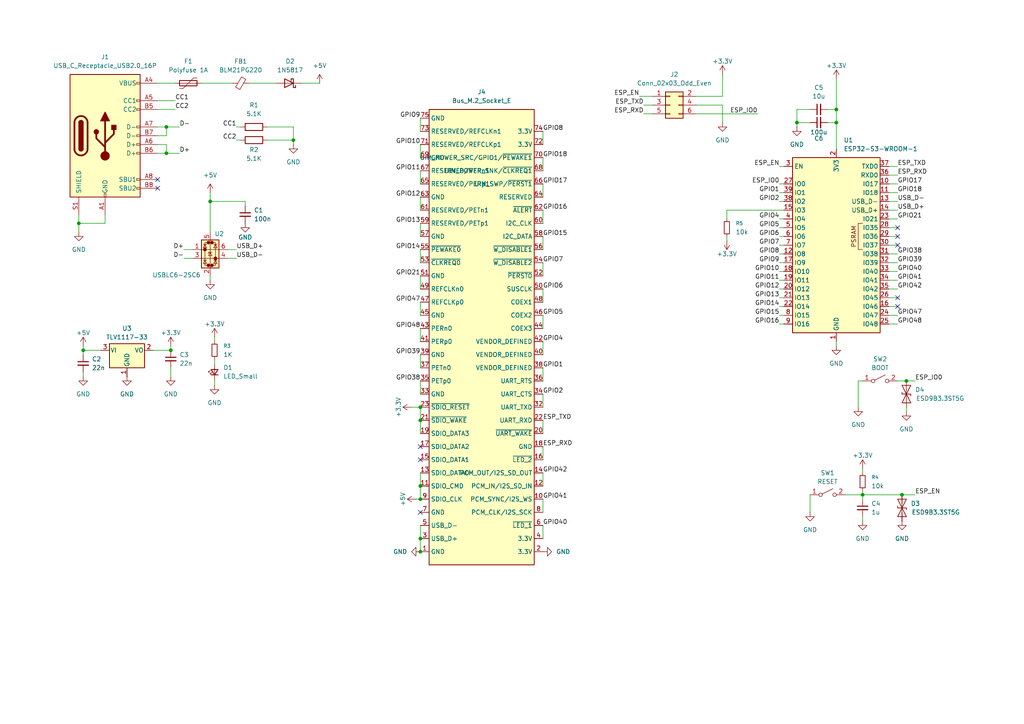
<source format=kicad_sch>
(kicad_sch (version 20250114) (generator "eeschema") (generator_version "9.0")
  (paper "A4")
  (lib_symbols
    (symbol "Connector:USB_C_Receptacle_USB2.0_16P" (pin_names (offset 1.016))
      (property "Reference" "J" (at 0 22.225 0))
      (property "Value" "USB_C_Receptacle_USB2.0_16P" (at 0 19.685 0))
      (symbol "USB_C_Receptacle_USB2.0_16P_0_0"
        (rectangle (start -0.254 -17.78) (end 0.254 -16.764))
        (rectangle (start 10.16 15.494) (end 9.144 14.986))
        (rectangle (start 10.16 10.414) (end 9.144 9.906))
        (rectangle (start 10.16 7.874) (end 9.144 7.366))
        (rectangle (start 10.16 2.794) (end 9.144 2.286))
        (rectangle (start 10.16 0.254) (end 9.144 -0.254))
        (rectangle (start 10.16 -2.286) (end 9.144 -2.794))
        (rectangle (start 10.16 -4.826) (end 9.144 -5.334))
        (rectangle (start 10.16 -12.446) (end 9.144 -12.954))
        (rectangle (start 10.16 -14.986) (end 9.144 -15.494))
      )
      (symbol "USB_C_Receptacle_USB2.0_16P_0_1"
        (rectangle (start -10.16 17.78) (end 10.16 -17.78) (stroke (width 0.254)) (fill (type background)))
        (polyline (pts (xy -8.89 -3.81) (xy -8.89 3.81)) (stroke (width 0.508)))
        (rectangle (start -7.62 -3.81) (end -6.35 3.81) (stroke (width 0.254)) (fill (type outline)))
        (arc (start -7.62 3.81) (mid -6.985 4.4423) (end -6.35 3.81) (stroke (width 0.254)))
        (arc (start -7.62 3.81) (mid -6.985 4.4423) (end -6.35 3.81) (stroke (width 0.254)) (fill (type outline)))
        (arc (start -8.89 3.81) (mid -6.985 5.7067) (end -5.08 3.81) (stroke (width 0.508)))
        (arc (start -5.08 -3.81) (mid -6.985 -5.7067) (end -8.89 -3.81) (stroke (width 0.508)))
        (arc (start -6.35 -3.81) (mid -6.985 -4.4423) (end -7.62 -3.81) (stroke (width 0.254)))
        (arc (start -6.35 -3.81) (mid -6.985 -4.4423) (end -7.62 -3.81) (stroke (width 0.254)) (fill (type outline)))
        (polyline (pts (xy -5.08 3.81) (xy -5.08 -3.81)) (stroke (width 0.508)))
        (circle (center -2.54 1.143) (radius 0.635) (stroke (width 0.254)) (fill (type outline)))
        (polyline (pts (xy -1.27 4.318) (xy 0 6.858) (xy 1.27 4.318) (xy -1.27 4.318)) (stroke (width 0.254)) (fill (type outline)))
        (polyline (pts (xy 0 -2.032) (xy 2.54 0.508) (xy 2.54 1.778)) (stroke (width 0.508)))
        (polyline (pts (xy 0 -3.302) (xy -2.54 -0.762) (xy -2.54 0.508)) (stroke (width 0.508)))
        (polyline (pts (xy 0 -5.842) (xy 0 4.318)) (stroke (width 0.508)))
        (circle (center 0 -5.842) (radius 1.27) (fill (type outline)))
        (rectangle (start 1.905 1.778) (end 3.175 3.048) (stroke (width 0.254)) (fill (type outline)))
      )
      (symbol "USB_C_Receptacle_USB2.0_16P_1_1"
        (pin passive line (at -7.62 -22.86 90) (length 5.08) (name "SHIELD") (number "S1"))
        (pin passive line (at 0 -22.86 90) (length 5.08) (name "GND") (number "A1"))
        (pin passive line (at 0 -22.86 90) (length 5.08) (hide yes) (name "GND") (number "A12"))
        (pin passive line (at 0 -22.86 90) (length 5.08) (hide yes) (name "GND") (number "B1"))
        (pin passive line (at 0 -22.86 90) (length 5.08) (hide yes) (name "GND") (number "B12"))
        (pin passive line (at 15.24 15.24 180) (length 5.08) (name "VBUS") (number "A4"))
        (pin passive line (at 15.24 15.24 180) (length 5.08) (hide yes) (name "VBUS") (number "A9"))
        (pin passive line (at 15.24 15.24 180) (length 5.08) (hide yes) (name "VBUS") (number "B4"))
        (pin passive line (at 15.24 15.24 180) (length 5.08) (hide yes) (name "VBUS") (number "B9"))
        (pin bidirectional line (at 15.24 10.16 180) (length 5.08) (name "CC1") (number "A5"))
        (pin bidirectional line (at 15.24 7.62 180) (length 5.08) (name "CC2") (number "B5"))
        (pin bidirectional line (at 15.24 2.54 180) (length 5.08) (name "D-") (number "A7"))
        (pin bidirectional line (at 15.24 0 180) (length 5.08) (name "D-") (number "B7"))
        (pin bidirectional line (at 15.24 -2.54 180) (length 5.08) (name "D+") (number "A6"))
        (pin bidirectional line (at 15.24 -5.08 180) (length 5.08) (name "D+") (number "B6"))
        (pin bidirectional line (at 15.24 -12.7 180) (length 5.08) (name "SBU1") (number "A8"))
        (pin bidirectional line (at 15.24 -15.24 180) (length 5.08) (name "SBU2") (number "B8"))
      )
    )
    (symbol "Connector_Generic:Conn_02x03_Odd_Even" (pin_names (offset 1.016) (hide yes))
      (property "Reference" "J" (at 1.27 5.08 0))
      (property "Value" "Conn_02x03_Odd_Even" (at 1.27 -5.08 0))
      (symbol "Conn_02x03_Odd_Even_1_1"
        (rectangle (start -1.27 3.81) (end 3.81 -3.81) (stroke (width 0.254)) (fill (type background)))
        (rectangle (start -1.27 2.667) (end 0 2.413) (stroke (width 0.1524)))
        (rectangle (start -1.27 0.127) (end 0 -0.127) (stroke (width 0.1524)))
        (rectangle (start -1.27 -2.413) (end 0 -2.667) (stroke (width 0.1524)))
        (rectangle (start 3.81 2.667) (end 2.54 2.413) (stroke (width 0.1524)))
        (rectangle (start 3.81 0.127) (end 2.54 -0.127) (stroke (width 0.1524)))
        (rectangle (start 3.81 -2.413) (end 2.54 -2.667) (stroke (width 0.1524)))
        (pin passive line (at -5.08 2.54 0) (length 3.81) (name "Pin_1") (number "1"))
        (pin passive line (at -5.08 0 0) (length 3.81) (name "Pin_3") (number "3"))
        (pin passive line (at -5.08 -2.54 0) (length 3.81) (name "Pin_5") (number "5"))
        (pin passive line (at 7.62 2.54 180) (length 3.81) (name "Pin_2") (number "2"))
        (pin passive line (at 7.62 0 180) (length 3.81) (name "Pin_4") (number "4"))
        (pin passive line (at 7.62 -2.54 180) (length 3.81) (name "Pin_6") (number "6"))
      )
    )
    (symbol "Device:C_Small" (pin_numbers (hide yes)) (pin_names (offset 0.254) (hide yes))
      (property "Reference" "C" (at 0.254 1.778 0))
      (property "Value" "C_Small" (at 0.254 -2.032 0))
      (symbol "C_Small_0_1"
        (polyline (pts (xy -1.524 0.508) (xy 1.524 0.508)) (stroke (width 0.3048)))
        (polyline (pts (xy -1.524 -0.508) (xy 1.524 -0.508)) (stroke (width 0.3302)))
      )
      (symbol "C_Small_1_1"
        (pin passive line (at 0 2.54 270) (length 2.032) (name "~") (number "1"))
        (pin passive line (at 0 -2.54 90) (length 2.032) (name "~") (number "2"))
      )
    )
    (symbol "Device:FerriteBead_Small" (pin_numbers (hide yes)) (pin_names (offset 0))
      (property "Reference" "FB" (at 1.905 1.27 0))
      (property "Value" "FerriteBead_Small" (at 1.905 -1.27 0))
      (symbol "FerriteBead_Small_0_1"
        (polyline (pts (xy -1.8288 0.2794) (xy -1.1176 1.4986) (xy 1.8288 -0.2032) (xy 1.1176 -1.4224) (xy -1.8288 0.2794)))
        (polyline (pts (xy 0 0.889) (xy 0 1.2954)))
        (polyline (pts (xy 0 -1.27) (xy 0 -0.7874)))
      )
      (symbol "FerriteBead_Small_1_1"
        (pin passive line (at 0 2.54 270) (length 1.27) (name "~") (number "1"))
        (pin passive line (at 0 -2.54 90) (length 1.27) (name "~") (number "2"))
      )
    )
    (symbol "Device:LED_Small" (pin_numbers (hide yes)) (pin_names (offset 0.254) (hide yes))
      (property "Reference" "D" (at -1.27 3.175 0))
      (property "Value" "LED_Small" (at -4.445 -2.54 0))
      (symbol "LED_Small_0_1"
        (polyline (pts (xy -0.762 -1.016) (xy -0.762 1.016)) (stroke (width 0.254)))
        (polyline (pts (xy 0 0.762) (xy -0.508 1.27) (xy -0.254 1.27) (xy -0.508 1.27) (xy -0.508 1.016)))
        (polyline (pts (xy 0.508 1.27) (xy 0 1.778) (xy 0.254 1.778) (xy 0 1.778) (xy 0 1.524)))
        (polyline (pts (xy 0.762 -1.016) (xy -0.762 0) (xy 0.762 1.016) (xy 0.762 -1.016)) (stroke (width 0.254)))
        (polyline (pts (xy 1.016 0) (xy -0.762 0)))
      )
      (symbol "LED_Small_1_1"
        (pin passive line (at -2.54 0 0) (length 1.778) (name "K") (number "1"))
        (pin passive line (at 2.54 0 180) (length 1.778) (name "A") (number "2"))
      )
    )
    (symbol "Device:Polyfuse" (pin_numbers (hide yes)) (pin_names (offset 0))
      (property "Reference" "F" (at -2.54 0 90))
      (property "Value" "Polyfuse" (at 2.54 0 90))
      (symbol "Polyfuse_0_1"
        (polyline (pts (xy -1.524 2.54) (xy -1.524 1.524) (xy 1.524 -1.524) (xy 1.524 -2.54)))
        (rectangle (start -0.762 2.54) (end 0.762 -2.54) (stroke (width 0.254)))
        (polyline (pts (xy 0 2.54) (xy 0 -2.54)))
      )
      (symbol "Polyfuse_1_1"
        (pin passive line (at 0 3.81 270) (length 1.27) (name "~") (number "1"))
        (pin passive line (at 0 -3.81 90) (length 1.27) (name "~") (number "2"))
      )
    )
    (symbol "Device:R" (pin_numbers (hide yes)) (pin_names (offset 0))
      (property "Reference" "R" (at 2.032 0 90))
      (property "Value" "R" (at 0 0 90))
      (symbol "R_0_1"
        (rectangle (start -1.016 -2.54) (end 1.016 2.54) (stroke (width 0.254)))
      )
      (symbol "R_1_1"
        (pin passive line (at 0 3.81 270) (length 1.27) (name "~") (number "1"))
        (pin passive line (at 0 -3.81 90) (length 1.27) (name "~") (number "2"))
      )
    )
    (symbol "Device:R_Small" (pin_numbers (hide yes)) (pin_names (offset 0.254) (hide yes))
      (property "Reference" "R" (at 0 0 90))
      (property "Value" "R_Small" (at 1.778 0 90))
      (symbol "R_Small_0_1"
        (rectangle (start -0.762 1.778) (end 0.762 -1.778) (stroke (width 0.2032)))
      )
      (symbol "R_Small_1_1"
        (pin passive line (at 0 2.54 270) (length 0.762) (name "~") (number "1"))
        (pin passive line (at 0 -2.54 90) (length 0.762) (name "~") (number "2"))
      )
    )
    (symbol "Diode:1N5817" (pin_numbers (hide yes)) (pin_names (offset 1.016) (hide yes))
      (property "Reference" "D" (at 0 2.54 0))
      (property "Value" "1N5817" (at 0 -2.54 0))
      (symbol "1N5817_0_1"
        (polyline (pts (xy -1.905 0.635) (xy -1.905 1.27) (xy -1.27 1.27) (xy -1.27 -1.27) (xy -0.635 -1.27) (xy -0.635 -0.635)) (stroke (width 0.254)))
        (polyline (pts (xy 1.27 1.27) (xy 1.27 -1.27) (xy -1.27 0) (xy 1.27 1.27)) (stroke (width 0.254)))
        (polyline (pts (xy 1.27 0) (xy -1.27 0)))
      )
      (symbol "1N5817_1_1"
        (pin passive line (at -3.81 0 0) (length 2.54) (name "K") (number "1"))
        (pin passive line (at 3.81 0 180) (length 2.54) (name "A") (number "2"))
      )
    )
    (symbol "Diode:ESD9B3.3ST5G" (pin_numbers (hide yes)) (pin_names (offset 1.016) (hide yes))
      (property "Reference" "D" (at 0 2.54 0))
      (property "Value" "ESD9B3.3ST5G" (at 0 -2.54 0))
      (symbol "ESD9B3.3ST5G_0_1"
        (polyline (pts (xy -2.54 -1.27) (xy 0 0) (xy -2.54 1.27) (xy -2.54 -1.27)) (stroke (width 0.2032)))
        (polyline (pts (xy 0.508 1.27) (xy 0 1.27) (xy 0 -1.27) (xy -0.508 -1.27)) (stroke (width 0.2032)))
        (polyline (pts (xy 1.27 0) (xy -1.27 0)))
        (polyline (pts (xy 2.54 1.27) (xy 2.54 -1.27) (xy 0 0) (xy 2.54 1.27)) (stroke (width 0.2032)))
      )
      (symbol "ESD9B3.3ST5G_1_1"
        (pin passive line (at -3.81 0 0) (length 2.54) (name "A1") (number "1"))
        (pin passive line (at 3.81 0 180) (length 2.54) (name "A2") (number "2"))
      )
    )
    (symbol "ESP32 D1-Mini:Bus_M.2_Socket_E_ESP32"
      (property "Reference" "J4" (at -3.81 76.2 0))
      (property "Value" "Bus_M.2_Socket_E" (at -3.81 73.66 0))
      (symbol "Bus_M.2_Socket_E_ESP32_0_1"
        (rectangle (start -19.05 71.12) (end 11.43 -60.96) (stroke (width 0.254)) (fill (type background)))
      )
      (symbol "Bus_M.2_Socket_E_ESP32_1_1"
        (pin bidirectional line (at -21.59 68.58 0) (length 2.54) (name "GND") (number "75"))
        (pin output line (at -21.59 64.77 0) (length 2.54) (name "RESERVED/REFCLKn1") (number "73"))
        (pin output line (at -21.59 60.96 0) (length 2.54) (name "RESERVED/REFCLKp1") (number "71"))
        (pin bidirectional line (at -21.59 57.15 0) (length 2.54) (name "GND") (number "69"))
        (pin input line (at -21.59 53.34 0) (length 2.54) (name "RESERVED/PERn1") (number "67"))
        (pin input line (at -21.59 49.53 0) (length 2.54) (name "RESERVED/PERp1") (number "65"))
        (pin bidirectional line (at -21.59 45.72 0) (length 2.54) (name "GND") (number "63"))
        (pin output line (at -21.59 41.91 0) (length 2.54) (name "RESERVED/PETn1") (number "61"))
        (pin output line (at -21.59 38.1 0) (length 2.54) (name "RESERVED/PETp1") (number "59"))
        (pin bidirectional line (at -21.59 34.29 0) (length 2.54) (name "GND") (number "57"))
        (pin bidirectional line (at -21.59 30.48 0) (length 2.54) (name "~{PEWAKE0}") (number "55"))
        (pin bidirectional line (at -21.59 26.67 0) (length 2.54) (name "~{CLKREQ0}") (number "53"))
        (pin bidirectional line (at -21.59 22.86 0) (length 2.54) (name "GND") (number "51"))
        (pin output line (at -21.59 19.05 0) (length 2.54) (name "REFCLKn0") (number "49"))
        (pin output line (at -21.59 15.24 0) (length 2.54) (name "REFCLKp0") (number "47"))
        (pin bidirectional line (at -21.59 11.43 0) (length 2.54) (name "GND") (number "45"))
        (pin input line (at -21.59 7.62 0) (length 2.54) (name "PERn0") (number "43"))
        (pin input line (at -21.59 3.81 0) (length 2.54) (name "PERp0") (number "41"))
        (pin bidirectional line (at -21.59 0 0) (length 2.54) (name "GND") (number "39"))
        (pin output line (at -21.59 -3.81 0) (length 2.54) (name "PETn0") (number "37"))
        (pin output line (at -21.59 -7.62 0) (length 2.54) (name "PETp0") (number "35"))
        (pin bidirectional line (at -21.59 -11.43 0) (length 2.54) (name "GND") (number "33"))
        (pin output line (at -21.59 -15.24 0) (length 2.54) (name "~{SDIO_RESET}") (number "23"))
        (pin input line (at -21.59 -19.05 0) (length 2.54) (name "~{SDIO_WAKE}") (number "21"))
        (pin bidirectional line (at -21.59 -22.86 0) (length 2.54) (name "SDIO_DATA3") (number "19"))
        (pin bidirectional line (at -21.59 -26.67 0) (length 2.54) (name "SDIO_DATA2") (number "17"))
        (pin bidirectional line (at -21.59 -30.48 0) (length 2.54) (name "SDIO_DATA1") (number "15"))
        (pin bidirectional line (at -21.59 -34.29 0) (length 2.54) (name "SDIO_DATA0") (number "13"))
        (pin bidirectional line (at -21.59 -38.1 0) (length 2.54) (name "SDIO_CMD") (number "11"))
        (pin bidirectional line (at -21.59 -41.91 0) (length 2.54) (name "SDIO_CLK") (number "9"))
        (pin bidirectional line (at -21.59 -45.72 0) (length 2.54) (name "GND") (number "7"))
        (pin bidirectional line (at -21.59 -49.53 0) (length 2.54) (name "USB_D-") (number "5"))
        (pin bidirectional line (at -21.59 -53.34 0) (length 2.54) (name "USB_D+") (number "3"))
        (pin bidirectional line (at -21.59 -57.15 0) (length 2.54) (name "GND") (number "1"))
        (pin bidirectional line (at 13.97 64.77 180) (length 2.54) (name "3.3V") (number "74"))
        (pin bidirectional line (at 13.97 60.96 180) (length 2.54) (name "3.3V") (number "72"))
        (pin bidirectional line (at 13.97 57.15 180) (length 2.54) (name "UIM_POWER_SRC/GPIO1/~{PEWAKE1}") (number "70"))
        (pin bidirectional line (at 13.97 53.34 180) (length 2.54) (name "UIM_POWER_SNK/~{CLKREQ1}") (number "68"))
        (pin output line (at 13.97 49.53 180) (length 2.54) (name "UIM_SWP/~{PERST1}") (number "66"))
        (pin passive line (at 13.97 45.72 180) (length 2.54) (name "RESERVED") (number "64"))
        (pin input line (at 13.97 41.91 180) (length 2.54) (name "~{ALERT}") (number "62"))
        (pin output line (at 13.97 38.1 180) (length 2.54) (name "I2C_CLK") (number "60"))
        (pin bidirectional line (at 13.97 34.29 180) (length 2.54) (name "I2C_DATA") (number "58"))
        (pin output line (at 13.97 30.48 180) (length 2.54) (name "~{W_DISABLE1}") (number "56"))
        (pin output line (at 13.97 26.67 180) (length 2.54) (name "~{W_DISABLE2}") (number "54"))
        (pin output line (at 13.97 22.86 180) (length 2.54) (name "~{PERST0}") (number "52"))
        (pin output line (at 13.97 19.05 180) (length 2.54) (name "SUSCLK") (number "50"))
        (pin bidirectional line (at 13.97 15.24 180) (length 2.54) (name "COEX1") (number "48"))
        (pin bidirectional line (at 13.97 11.43 180) (length 2.54) (name "COEX2") (number "46"))
        (pin bidirectional line (at 13.97 7.62 180) (length 2.54) (name "COEX3") (number "44"))
        (pin passive line (at 13.97 3.81 180) (length 2.54) (name "VENDOR_DEFINED") (number "42"))
        (pin passive line (at 13.97 0 180) (length 2.54) (name "VENDOR_DEFINED") (number "40"))
        (pin passive line (at 13.97 -3.81 180) (length 2.54) (name "VENDOR_DEFINED") (number "38"))
        (pin output line (at 13.97 -7.62 180) (length 2.54) (name "UART_RTS") (number "36"))
        (pin input line (at 13.97 -11.43 180) (length 2.54) (name "UART_CTS") (number "34"))
        (pin output line (at 13.97 -15.24 180) (length 2.54) (name "UART_TXD") (number "32"))
        (pin input line (at 13.97 -19.05 180) (length 2.54) (name "UART_RXD") (number "22"))
        (pin input line (at 13.97 -22.86 180) (length 2.54) (name "~{UART_WAKE}") (number "20"))
        (pin bidirectional line (at 13.97 -26.67 180) (length 2.54) (name "GND") (number "18"))
        (pin open_collector line (at 13.97 -30.48 180) (length 2.54) (name "~{LED_2}") (number "16"))
        (pin output line (at 13.97 -34.29 180) (length 2.54) (name "PCM_OUT/I2S_SD_OUT") (number "14"))
        (pin input line (at 13.97 -38.1 180) (length 2.54) (name "PCM_IN/I2S_SD_IN") (number "12"))
        (pin bidirectional line (at 13.97 -41.91 180) (length 2.54) (name "PCM_SYNC/I2S_WS") (number "10"))
        (pin bidirectional line (at 13.97 -45.72 180) (length 2.54) (name "PCM_CLK/I2S_SCK") (number "8"))
        (pin open_collector line (at 13.97 -49.53 180) (length 2.54) (name "~{LED_1}") (number "6"))
        (pin bidirectional line (at 13.97 -53.34 180) (length 2.54) (name "3.3V") (number "4"))
        (pin power_in line (at 13.97 -57.15 180) (length 2.54) (name "3.3V") (number "2"))
      )
    )
    (symbol "Power_Protection:USBLC6-2SC6" (pin_names (hide yes))
      (property "Reference" "U" (at 0.635 5.715 0))
      (property "Value" "USBLC6-2SC6" (at 0.635 3.81 0))
      (symbol "USBLC6-2SC6_0_0"
        (circle (center -1.524 0) (radius 0.0001) (stroke (width 0.508)))
        (circle (center -0.508 2.032) (radius 0.0001) (stroke (width 0.508)))
        (circle (center -0.508 -4.572) (radius 0.0001) (stroke (width 0.508)))
        (circle (center 0.508 2.032) (radius 0.0001) (stroke (width 0.508)))
        (circle (center 0.508 -4.572) (radius 0.0001) (stroke (width 0.508)))
        (circle (center 1.524 -2.54) (radius 0.0001) (stroke (width 0.508)))
      )
      (symbol "USBLC6-2SC6_0_1"
        (polyline (pts (xy -2.54 0) (xy 2.54 0)))
        (polyline (pts (xy -2.54 -2.54) (xy 2.54 -2.54)))
        (polyline (pts (xy -2.032 0.508) (xy -1.016 0.508) (xy -1.524 1.524) (xy -2.032 0.508)))
        (polyline (pts (xy -2.032 -3.048) (xy -1.016 -3.048)))
        (polyline (pts (xy -1.016 1.524) (xy -2.032 1.524)))
        (polyline (pts (xy -1.016 -4.064) (xy -2.032 -4.064) (xy -1.524 -3.048) (xy -1.016 -4.064)))
        (polyline (pts (xy -0.508 -1.143) (xy -0.508 -0.762) (xy 0.508 -0.762)))
        (polyline (pts (xy 0 2.54) (xy -0.508 2.032) (xy 0.508 2.032) (xy 0 1.524) (xy 0 -4.064) (xy -0.508 -4.572) (xy 0.508 -4.572) (xy 0 -5.08)))
        (polyline (pts (xy 0.508 -1.778) (xy -0.508 -1.778) (xy 0 -0.762) (xy 0.508 -1.778)))
        (polyline (pts (xy 1.016 1.524) (xy 2.032 1.524)))
        (polyline (pts (xy 1.016 -3.048) (xy 2.032 -3.048)))
        (polyline (pts (xy 2.032 0.508) (xy 1.016 0.508) (xy 1.524 1.524) (xy 2.032 0.508)))
        (polyline (pts (xy 2.032 -4.064) (xy 1.016 -4.064) (xy 1.524 -3.048) (xy 2.032 -4.064)))
      )
      (symbol "USBLC6-2SC6_1_1"
        (rectangle (start -2.54 2.794) (end 2.54 -5.334) (stroke (width 0.254)) (fill (type background)))
        (polyline (pts (xy -0.508 2.032) (xy -1.524 2.032) (xy -1.524 -4.572) (xy -0.508 -4.572)))
        (polyline (pts (xy 0.508 -4.572) (xy 1.524 -4.572) (xy 1.524 2.032) (xy 0.508 2.032)))
        (pin passive line (at -5.08 0 0) (length 2.54) (name "I/O1") (number "1"))
        (pin passive line (at -5.08 -2.54 0) (length 2.54) (name "I/O2") (number "3"))
        (pin passive line (at 0 5.08 270) (length 2.54) (name "VBUS") (number "5"))
        (pin passive line (at 0 -7.62 90) (length 2.54) (name "GND") (number "2"))
        (pin passive line (at 5.08 0 180) (length 2.54) (name "I/O1") (number "6"))
        (pin passive line (at 5.08 -2.54 180) (length 2.54) (name "I/O2") (number "4"))
      )
    )
    (symbol "RF_Module:ESP32-S3-WROOM-1"
      (property "Reference" "U" (at -12.7 26.67 0))
      (property "Value" "ESP32-S3-WROOM-1" (at 12.7 26.67 0))
      (symbol "ESP32-S3-WROOM-1_0_0"
        (rectangle (start -12.7 25.4) (end 12.7 -25.4) (stroke (width 0.254)) (fill (type background)))
        (text "PSRAM" (at 5.08 2.54 900) (effects (font (size 1.27 1.27))))
      )
      (symbol "ESP32-S3-WROOM-1_0_1"
        (polyline (pts (xy 7.62 -1.27) (xy 6.35 -1.27) (xy 6.35 6.35) (xy 7.62 6.35)))
      )
      (symbol "ESP32-S3-WROOM-1_1_1"
        (pin input line (at -15.24 22.86 0) (length 2.54) (name "EN") (number "3"))
        (pin bidirectional line (at -15.24 17.78 0) (length 2.54) (name "IO0") (number "27"))
        (pin bidirectional line (at -15.24 15.24 0) (length 2.54) (name "IO1") (number "39"))
        (pin bidirectional line (at -15.24 12.7 0) (length 2.54) (name "IO2") (number "38"))
        (pin bidirectional line (at -15.24 10.16 0) (length 2.54) (name "IO3") (number "15"))
        (pin bidirectional line (at -15.24 7.62 0) (length 2.54) (name "IO4") (number "4"))
        (pin bidirectional line (at -15.24 5.08 0) (length 2.54) (name "IO5") (number "5"))
        (pin bidirectional line (at -15.24 2.54 0) (length 2.54) (name "IO6") (number "6"))
        (pin bidirectional line (at -15.24 0 0) (length 2.54) (name "IO7") (number "7"))
        (pin bidirectional line (at -15.24 -2.54 0) (length 2.54) (name "IO8") (number "12"))
        (pin bidirectional line (at -15.24 -5.08 0) (length 2.54) (name "IO9") (number "17"))
        (pin bidirectional line (at -15.24 -7.62 0) (length 2.54) (name "IO10") (number "18"))
        (pin bidirectional line (at -15.24 -10.16 0) (length 2.54) (name "IO11") (number "19"))
        (pin bidirectional line (at -15.24 -12.7 0) (length 2.54) (name "IO12") (number "20"))
        (pin bidirectional line (at -15.24 -15.24 0) (length 2.54) (name "IO13") (number "21"))
        (pin bidirectional line (at -15.24 -17.78 0) (length 2.54) (name "IO14") (number "22"))
        (pin bidirectional line (at -15.24 -20.32 0) (length 2.54) (name "IO15") (number "8"))
        (pin bidirectional line (at -15.24 -22.86 0) (length 2.54) (name "IO16") (number "9"))
        (pin power_in line (at 0 27.94 270) (length 2.54) (name "3V3") (number "2"))
        (pin power_in line (at 0 -27.94 90) (length 2.54) (name "GND") (number "1"))
        (pin passive line (at 0 -27.94 90) (length 2.54) (hide yes) (name "GND") (number "40"))
        (pin passive line (at 0 -27.94 90) (length 2.54) (hide yes) (name "GND") (number "41"))
        (pin bidirectional line (at 15.24 22.86 180) (length 2.54) (name "TXD0") (number "37"))
        (pin bidirectional line (at 15.24 20.32 180) (length 2.54) (name "RXD0") (number "36"))
        (pin bidirectional line (at 15.24 17.78 180) (length 2.54) (name "IO17") (number "10"))
        (pin bidirectional line (at 15.24 15.24 180) (length 2.54) (name "IO18") (number "11"))
        (pin bidirectional line (at 15.24 12.7 180) (length 2.54) (name "USB_D-") (number "13"))
        (pin bidirectional line (at 15.24 10.16 180) (length 2.54) (name "USB_D+") (number "14"))
        (pin bidirectional line (at 15.24 7.62 180) (length 2.54) (name "IO21") (number "23"))
        (pin bidirectional line (at 15.24 5.08 180) (length 2.54) (name "IO35") (number "28"))
        (pin bidirectional line (at 15.24 2.54 180) (length 2.54) (name "IO36") (number "29"))
        (pin bidirectional line (at 15.24 0 180) (length 2.54) (name "IO37") (number "30"))
        (pin bidirectional line (at 15.24 -2.54 180) (length 2.54) (name "IO38") (number "31"))
        (pin bidirectional line (at 15.24 -5.08 180) (length 2.54) (name "IO39") (number "32"))
        (pin bidirectional line (at 15.24 -7.62 180) (length 2.54) (name "IO40") (number "33"))
        (pin bidirectional line (at 15.24 -10.16 180) (length 2.54) (name "IO41") (number "34"))
        (pin bidirectional line (at 15.24 -12.7 180) (length 2.54) (name "IO42") (number "35"))
        (pin bidirectional line (at 15.24 -15.24 180) (length 2.54) (name "IO45") (number "26"))
        (pin bidirectional line (at 15.24 -17.78 180) (length 2.54) (name "IO46") (number "16"))
        (pin bidirectional line (at 15.24 -20.32 180) (length 2.54) (name "IO47") (number "24"))
        (pin bidirectional line (at 15.24 -22.86 180) (length 2.54) (name "IO48") (number "25"))
      )
    )
    (symbol "Regulator_Linear:TLV1117-33" (pin_names (offset 0.254))
      (property "Reference" "U" (at -3.81 3.175 0))
      (property "Value" "TLV1117-33" (at 0 3.175 0))
      (symbol "TLV1117-33_0_1"
        (rectangle (start -5.08 -5.08) (end 5.08 1.905) (stroke (width 0.254)) (fill (type background)))
      )
      (symbol "TLV1117-33_1_1"
        (pin power_in line (at -7.62 0 0) (length 2.54) (name "VI") (number "3"))
        (pin power_in line (at 0 -7.62 90) (length 2.54) (name "GND") (number "1"))
        (pin power_out line (at 7.62 0 180) (length 2.54) (name "VO") (number "2"))
      )
    )
    (symbol "Switch:SW_SPST" (pin_names (offset 0) (hide yes))
      (property "Reference" "SW" (at 0 3.175 0))
      (property "Value" "SW_SPST" (at 0 -2.54 0))
      (symbol "SW_SPST_0_0"
        (circle (center -2.032 0) (radius 0.508))
        (polyline (pts (xy -1.524 0.254) (xy 1.524 1.778)))
        (circle (center 2.032 0) (radius 0.508))
      )
      (symbol "SW_SPST_1_1"
        (pin passive line (at -5.08 0 0) (length 2.54) (name "A") (number "1"))
        (pin passive line (at 5.08 0 180) (length 2.54) (name "B") (number "2"))
      )
    )
    (symbol "power:+3.3V" (power) (pin_numbers (hide yes)) (pin_names (offset 0) (hide yes))
      (property "Value" "+3.3V" (at 0 3.556 0))
      (symbol "+3.3V_0_1"
        (polyline (pts (xy -0.762 1.27) (xy 0 2.54)))
        (polyline (pts (xy 0 2.54) (xy 0.762 1.27)))
        (polyline (pts (xy 0 0) (xy 0 2.54)))
      )
      (symbol "+3.3V_1_1"
        (pin power_in line (at 0 0 90) (length 0) (name "~") (number "1"))
      )
    )
    (symbol "power:+5V" (power) (pin_numbers (hide yes)) (pin_names (offset 0) (hide yes))
      (property "Value" "+5V" (at 0 3.556 0))
      (symbol "+5V_0_1"
        (polyline (pts (xy -0.762 1.27) (xy 0 2.54)))
        (polyline (pts (xy 0 2.54) (xy 0.762 1.27)))
        (polyline (pts (xy 0 0) (xy 0 2.54)))
      )
      (symbol "+5V_1_1"
        (pin power_in line (at 0 0 90) (length 0) (name "~") (number "1"))
      )
    )
    (symbol "power:GND" (power) (pin_numbers (hide yes)) (pin_names (offset 0) (hide yes))
      (property "Value" "GND" (at 0 -3.81 0))
      (symbol "GND_0_1"
        (polyline (pts (xy 0 0) (xy 0 -1.27) (xy 1.27 -1.27) (xy 0 -2.54) (xy -1.27 -1.27) (xy 0 -1.27)))
      )
      (symbol "GND_1_1"
        (pin power_in line (at 0 0 270) (length 0) (name "~") (number "1"))
      )
    )
  )
  (junction (at 121.92 121.92))
  (junction (at 60.96 58.42))
  (junction (at 262.89 110.49))
  (junction (at 24.13 101.6))
  (junction (at 121.92 118.11))
  (junction (at 48.26 44.45))
  (junction (at 121.92 144.78))
  (junction (at 250.19 143.51))
  (junction (at 242.57 31.75))
  (junction (at 22.86 64.77))
  (junction (at 231.14 35.56))
  (junction (at 121.92 160.02))
  (junction (at 121.92 140.97))
  (junction (at 48.26 36.83))
  (junction (at 242.57 35.56))
  (junction (at 261.62 143.51))
  (junction (at 121.92 156.21))
  (junction (at 85.09 40.64))
  (junction (at 49.53 101.6))
  (no_connect (at 260.35 86.36))
  (no_connect (at 45.72 52.07))
  (no_connect (at 260.35 66.04))
  (no_connect (at 121.92 133.35))
  (no_connect (at 260.35 71.12))
  (no_connect (at 121.92 129.54))
  (no_connect (at 260.35 88.9))
  (no_connect (at 121.92 148.59))
  (no_connect (at 260.35 68.58))
  (no_connect (at 45.72 54.61))
  (wire (pts (xy 226.06 73.66) (xy 227.33 73.66)))
  (wire (pts (xy 226.06 71.12) (xy 227.33 71.12)))
  (wire (pts (xy 260.35 83.82) (xy 257.81 83.82)))
  (wire (pts (xy 242.57 100.33) (xy 242.57 99.06)))
  (wire (pts (xy 45.72 41.91) (xy 48.26 41.91)))
  (wire (pts (xy 157.48 91.44) (xy 157.48 95.25)))
  (wire (pts (xy 226.06 68.58) (xy 227.33 68.58)))
  (wire (pts (xy 121.92 49.53) (xy 121.92 53.34)))
  (wire (pts (xy 24.13 109.22) (xy 24.13 107.95)))
  (wire (pts (xy 226.06 83.82) (xy 227.33 83.82)))
  (wire (pts (xy 48.26 36.83) (xy 52.07 36.83)))
  (wire (pts (xy 234.95 31.75) (xy 231.14 31.75)))
  (wire (pts (xy 157.48 38.1) (xy 157.48 41.91)))
  (wire (pts (xy 260.35 63.5) (xy 257.81 63.5)))
  (wire (pts (xy 260.35 68.58) (xy 257.81 68.58)))
  (wire (pts (xy 260.35 60.96) (xy 257.81 60.96)))
  (wire (pts (xy 226.06 93.98) (xy 227.33 93.98)))
  (wire (pts (xy 240.03 35.56) (xy 242.57 35.56)))
  (wire (pts (xy 250.19 110.49) (xy 248.92 110.49)))
  (wire (pts (xy 121.92 64.77) (xy 121.92 68.58)))
  (wire (pts (xy 260.35 91.44) (xy 257.81 91.44)))
  (wire (pts (xy 120.65 144.78) (xy 121.92 144.78)))
  (wire (pts (xy 226.06 76.2) (xy 227.33 76.2)))
  (wire (pts (xy 121.92 118.11) (xy 121.92 121.92)))
  (wire (pts (xy 121.92 137.16) (xy 121.92 140.97)))
  (wire (pts (xy 260.35 81.28) (xy 257.81 81.28)))
  (wire (pts (xy 121.92 156.21) (xy 121.92 160.02)))
  (wire (pts (xy 121.92 41.91) (xy 121.92 45.72)))
  (wire (pts (xy 226.06 55.88) (xy 227.33 55.88)))
  (wire (pts (xy 201.93 27.94) (xy 209.55 27.94)))
  (wire (pts (xy 121.92 140.97) (xy 121.92 144.78)))
  (wire (pts (xy 71.12 58.42) (xy 71.12 59.69)))
  (wire (pts (xy 260.35 58.42) (xy 257.81 58.42)))
  (wire (pts (xy 209.55 27.94) (xy 209.55 21.59)))
  (wire (pts (xy 121.92 87.63) (xy 121.92 91.44)))
  (wire (pts (xy 226.06 81.28) (xy 227.33 81.28)))
  (wire (pts (xy 260.35 53.34) (xy 257.81 53.34)))
  (wire (pts (xy 265.43 110.49) (xy 262.89 110.49)))
  (wire (pts (xy 121.92 34.29) (xy 121.92 38.1)))
  (wire (pts (xy 48.26 41.91) (xy 48.26 44.45)))
  (wire (pts (xy 262.89 118.11) (xy 262.89 119.38)))
  (wire (pts (xy 121.92 121.92) (xy 121.92 125.73)))
  (wire (pts (xy 62.23 105.41) (xy 62.23 104.14)))
  (wire (pts (xy 260.35 50.8) (xy 257.81 50.8)))
  (wire (pts (xy 72.39 24.13) (xy 80.01 24.13)))
  (wire (pts (xy 121.92 80.01) (xy 121.92 83.82)))
  (wire (pts (xy 121.92 72.39) (xy 121.92 76.2)))
  (wire (pts (xy 121.92 57.15) (xy 121.92 60.96)))
  (wire (pts (xy 260.35 73.66) (xy 257.81 73.66)))
  (wire (pts (xy 231.14 36.83) (xy 231.14 35.56)))
  (wire (pts (xy 68.58 72.39) (xy 66.04 72.39)))
  (wire (pts (xy 242.57 31.75) (xy 242.57 35.56)))
  (wire (pts (xy 87.63 24.13) (xy 92.71 24.13)))
  (wire (pts (xy 226.06 91.44) (xy 227.33 91.44)))
  (wire (pts (xy 45.72 44.45) (xy 48.26 44.45)))
  (wire (pts (xy 157.48 53.34) (xy 157.48 57.15)))
  (wire (pts (xy 85.09 40.64) (xy 85.09 41.91)))
  (wire (pts (xy 242.57 22.86) (xy 242.57 31.75)))
  (wire (pts (xy 121.92 102.87) (xy 121.92 106.68)))
  (wire (pts (xy 157.48 137.16) (xy 157.48 140.97)))
  (wire (pts (xy 30.48 64.77) (xy 22.86 64.77)))
  (wire (pts (xy 48.26 44.45) (xy 52.07 44.45)))
  (wire (pts (xy 245.11 143.51) (xy 250.19 143.51)))
  (wire (pts (xy 60.96 55.88) (xy 60.96 58.42)))
  (wire (pts (xy 157.48 45.72) (xy 157.48 49.53)))
  (wire (pts (xy 24.13 102.87) (xy 24.13 101.6)))
  (wire (pts (xy 210.82 60.96) (xy 210.82 63.5)))
  (wire (pts (xy 49.53 106.68) (xy 49.53 109.22)))
  (wire (pts (xy 250.19 151.13) (xy 250.19 149.86)))
  (wire (pts (xy 231.14 31.75) (xy 231.14 35.56)))
  (wire (pts (xy 260.35 48.26) (xy 257.81 48.26)))
  (wire (pts (xy 157.48 106.68) (xy 157.48 110.49)))
  (wire (pts (xy 24.13 101.6) (xy 29.21 101.6)))
  (wire (pts (xy 234.95 143.51) (xy 234.95 148.59)))
  (wire (pts (xy 250.19 143.51) (xy 261.62 143.51)))
  (wire (pts (xy 260.35 86.36) (xy 257.81 86.36)))
  (wire (pts (xy 58.42 24.13) (xy 67.31 24.13)))
  (wire (pts (xy 226.06 63.5) (xy 227.33 63.5)))
  (wire (pts (xy 260.35 71.12) (xy 257.81 71.12)))
  (wire (pts (xy 250.19 143.51) (xy 250.19 142.24)))
  (wire (pts (xy 201.93 33.02) (xy 219.71 33.02)))
  (wire (pts (xy 248.92 110.49) (xy 248.92 118.11)))
  (wire (pts (xy 69.85 36.83) (xy 68.58 36.83)))
  (wire (pts (xy 157.48 83.82) (xy 157.48 87.63)))
  (wire (pts (xy 45.72 31.75) (xy 50.8 31.75)))
  (wire (pts (xy 185.42 27.94) (xy 189.23 27.94)))
  (wire (pts (xy 231.14 35.56) (xy 234.95 35.56)))
  (wire (pts (xy 68.58 74.93) (xy 66.04 74.93)))
  (wire (pts (xy 226.06 58.42) (xy 227.33 58.42)))
  (wire (pts (xy 260.35 76.2) (xy 257.81 76.2)))
  (wire (pts (xy 53.34 72.39) (xy 55.88 72.39)))
  (wire (pts (xy 261.62 143.51) (xy 265.43 143.51)))
  (wire (pts (xy 201.93 30.48) (xy 209.55 30.48)))
  (wire (pts (xy 260.35 66.04) (xy 257.81 66.04)))
  (wire (pts (xy 226.06 86.36) (xy 227.33 86.36)))
  (wire (pts (xy 260.35 93.98) (xy 257.81 93.98)))
  (wire (pts (xy 210.82 69.85) (xy 210.82 68.58)))
  (wire (pts (xy 157.48 68.58) (xy 157.48 72.39)))
  (wire (pts (xy 260.35 55.88) (xy 257.81 55.88)))
  (wire (pts (xy 157.48 114.3) (xy 157.48 118.11)))
  (wire (pts (xy 45.72 24.13) (xy 50.8 24.13)))
  (wire (pts (xy 260.35 78.74) (xy 257.81 78.74)))
  (wire (pts (xy 226.06 88.9) (xy 227.33 88.9)))
  (wire (pts (xy 209.55 30.48) (xy 209.55 35.56)))
  (wire (pts (xy 157.48 152.4) (xy 157.48 156.21)))
  (wire (pts (xy 85.09 36.83) (xy 85.09 40.64)))
  (wire (pts (xy 53.34 74.93) (xy 55.88 74.93)))
  (wire (pts (xy 260.35 88.9) (xy 257.81 88.9)))
  (wire (pts (xy 62.23 111.76) (xy 62.23 110.49)))
  (wire (pts (xy 157.48 99.06) (xy 157.48 102.87)))
  (wire (pts (xy 45.72 29.21) (xy 50.8 29.21)))
  (wire (pts (xy 45.72 36.83) (xy 48.26 36.83)))
  (wire (pts (xy 157.48 144.78) (xy 157.48 148.59)))
  (wire (pts (xy 227.33 60.96) (xy 210.82 60.96)))
  (wire (pts (xy 44.45 101.6) (xy 49.53 101.6)))
  (wire (pts (xy 60.96 58.42) (xy 60.96 67.31)))
  (wire (pts (xy 48.26 39.37) (xy 48.26 36.83)))
  (wire (pts (xy 22.86 62.23) (xy 22.86 64.77)))
  (wire (pts (xy 157.48 121.92) (xy 157.48 125.73)))
  (wire (pts (xy 22.86 64.77) (xy 22.86 67.31)))
  (wire (pts (xy 186.69 33.02) (xy 189.23 33.02)))
  (wire (pts (xy 121.92 152.4) (xy 121.92 156.21)))
  (wire (pts (xy 262.89 110.49) (xy 260.35 110.49)))
  (wire (pts (xy 77.47 40.64) (xy 85.09 40.64)))
  (wire (pts (xy 121.92 110.49) (xy 121.92 114.3)))
  (wire (pts (xy 240.03 31.75) (xy 242.57 31.75)))
  (wire (pts (xy 186.69 30.48) (xy 189.23 30.48)))
  (wire (pts (xy 157.48 76.2) (xy 157.48 80.01)))
  (wire (pts (xy 226.06 78.74) (xy 227.33 78.74)))
  (wire (pts (xy 121.92 95.25) (xy 121.92 99.06)))
  (wire (pts (xy 45.72 39.37) (xy 48.26 39.37)))
  (wire (pts (xy 226.06 53.34) (xy 227.33 53.34)))
  (wire (pts (xy 30.48 62.23) (xy 30.48 64.77)))
  (wire (pts (xy 60.96 81.28) (xy 60.96 80.01)))
  (wire (pts (xy 77.47 36.83) (xy 85.09 36.83)))
  (wire (pts (xy 62.23 97.79) (xy 62.23 99.06)))
  (wire (pts (xy 250.19 144.78) (xy 250.19 143.51)))
  (wire (pts (xy 157.48 129.54) (xy 157.48 133.35)))
  (wire (pts (xy 68.58 40.64) (xy 69.85 40.64)))
  (wire (pts (xy 49.53 100.33) (xy 49.53 101.6)))
  (wire (pts (xy 242.57 35.56) (xy 242.57 43.18)))
  (wire (pts (xy 60.96 58.42) (xy 71.12 58.42)))
  (wire (pts (xy 157.48 60.96) (xy 157.48 64.77)))
  (wire (pts (xy 119.38 118.11) (xy 121.92 118.11)))
  (wire (pts (xy 226.06 66.04) (xy 227.33 66.04)))
  (wire (pts (xy 250.19 135.89) (xy 250.19 137.16)))
  (wire (pts (xy 24.13 100.33) (xy 24.13 101.6)))
  (wire (pts (xy 226.06 48.26) (xy 227.33 48.26)))
  (label "GPIO6" (at 226.06 68.58 180))
  (label "USB_D-" (at 68.58 74.93 0))
  (label "GPIO42" (at 157.48 137.16 0))
  (label "D+" (at 53.34 72.39 180))
  (label "GPIO13" (at 121.92 64.77 180))
  (label "GPIO48" (at 260.35 93.98 0))
  (label "GPIO5" (at 157.48 91.44 0))
  (label "GPIO12" (at 226.06 83.82 180))
  (label "ESP_EN" (at 185.42 27.94 180))
  (label "ESP_TXD" (at 157.48 121.92 0))
  (label "GPIO4" (at 226.06 63.5 180))
  (label "D-" (at 53.34 74.93 180))
  (label "GPIO17" (at 260.35 53.34 0))
  (label "GPIO38" (at 121.92 110.49 180))
  (label "GPIO42" (at 260.35 83.82 0))
  (label "CC1" (at 50.8 29.21 0))
  (label "GPIO13" (at 226.06 86.36 180))
  (label "GPIO10" (at 121.92 41.91 180))
  (label "GPIO16" (at 226.06 93.98 180))
  (label "GPIO14" (at 121.92 72.39 180))
  (label "GPIO39" (at 121.92 102.87 180))
  (label "USB_D+" (at 260.35 60.96 0))
  (label "GPIO17" (at 157.48 53.34 0))
  (label "D-" (at 52.07 36.83 0))
  (label "CC1" (at 68.58 36.83 180))
  (label "ESP_IO0" (at 226.06 53.34 180))
  (label "GPIO12" (at 121.92 57.15 180))
  (label "GPIO10" (at 226.06 78.74 180))
  (label "GPIO7" (at 226.06 71.12 180))
  (label "GPIO14" (at 226.06 88.9 180))
  (label "ESP_TXD" (at 260.35 48.26 0))
  (label "GPIO47" (at 260.35 91.44 0))
  (label "ESP_IO0" (at 219.71 33.02 180))
  (label "GPIO1" (at 226.06 55.88 180))
  (label "GPIO15" (at 226.06 91.44 180))
  (label "USB_D-" (at 260.35 58.42 0))
  (label "GPIO41" (at 260.35 81.28 0))
  (label "ESP_RXD" (at 186.69 33.02 180))
  (label "ESP_EN" (at 265.43 143.51 0))
  (label "GPIO1" (at 157.48 106.68 0))
  (label "GPIO2" (at 157.48 114.3 0))
  (label "GPIO40" (at 157.48 152.4 0))
  (label "GPIO48" (at 121.92 95.25 180))
  (label "GPIO8" (at 226.06 73.66 180))
  (label "GPIO11" (at 121.92 49.53 180))
  (label "GPIO21" (at 260.35 63.5 0))
  (label "GPIO18" (at 260.35 55.88 0))
  (label "ESP_RXD" (at 260.35 50.8 0))
  (label "GPIO38" (at 260.35 73.66 0))
  (label "GPIO4" (at 157.48 99.06 0))
  (label "GPIO6" (at 157.48 83.82 0))
  (label "GPIO40" (at 260.35 78.74 0))
  (label "ESP_RXD" (at 157.48 129.54 0))
  (label "CC2" (at 68.58 40.64 180))
  (label "GPIO39" (at 260.35 76.2 0))
  (label "CC2" (at 50.8 31.75 0))
  (label "ESP_IO0" (at 265.43 110.49 0))
  (label "GPIO15" (at 157.48 68.58 0))
  (label "ESP_EN" (at 226.06 48.26 180))
  (label "GPIO2" (at 226.06 58.42 180))
  (label "GPIO7" (at 157.48 76.2 0))
  (label "GPIO9" (at 226.06 76.2 180))
  (label "GPIO5" (at 226.06 66.04 180))
  (label "GPIO11" (at 226.06 81.28 180))
  (label "D+" (at 52.07 44.45 0))
  (label "GPIO47" (at 121.92 87.63 180))
  (label "GPIO18" (at 157.48 45.72 0))
  (label "GPIO41" (at 157.48 144.78 0))
  (label "USB_D+" (at 68.58 72.39 0))
  (label "GPIO21" (at 121.92 80.01 180))
  (label "GPIO16" (at 157.48 60.96 0))
  (label "GPIO9" (at 121.92 34.29 180))
  (label "GPIO8" (at 157.48 38.1 0))
  (label "ESP_TXD" (at 186.69 30.48 180))
  (symbol (lib_id "Diode:1N5817") (at 83.82 24.13 180) (unit 1)
    (property "Reference" "D2" (at 84.1375 17.78 0))
    (property "Value" "1N5817" (at 84.1375 20.32 0))
    (property "Footprint" "Diode_THT:D_DO-41_SOD81_P10.16mm_Horizontal" (effects (hide yes)))
    (property "Datasheet" "http://www.vishay.com/docs/88525/1n5817.pdf" (effects (hide yes)))
    (property "Description" "20V 1A Schottky Barrier Rectifier Diode, DO-41" (effects (hide yes)))
  )
  (symbol (lib_id "power:+3.3V") (at 49.53 100.33 0) (unit 1)
    (property "Reference" "#PWR010" (effects (hide yes)))
    (property "Value" "+3.3V" (at 49.53 96.52 0))
    (property "Description" "Power symbol creates a global label with name \"+3.3V\"" (effects (hide yes)))
  )
  (symbol (lib_id "power:GND") (at 262.89 119.38 0) (unit 1)
    (property "Reference" "#PWR021" (effects (hide yes)))
    (property "Value" "GND" (at 262.89 124.46 0))
    (property "Description" "Power symbol creates a global label with name \"GND\" , ground" (effects (hide yes)))
  )
  (symbol (lib_id "Device:R") (at 73.66 40.64 90) (unit 1)
    (property "Reference" "R2" (at 73.66 43.434 90))
    (property "Value" "5.1K" (at 73.66 45.974 90))
    (property "Footprint" "Resistor_SMD:R_0805_2012Metric_Pad1.20x1.40mm_HandSolder" (effects (hide yes)))
    (property "Description" "Resistor" (effects (hide yes)))
  )
  (symbol (lib_id "power:GND") (at 49.53 109.22 0) (unit 1)
    (property "Reference" "#PWR09" (effects (hide yes)))
    (property "Value" "GND" (at 49.53 114.3 0))
    (property "Description" "Power symbol creates a global label with name \"GND\" , ground" (effects (hide yes)))
  )
  (symbol (lib_id "Device:R_Small") (at 210.82 66.04 0) (unit 1)
    (property "Reference" "R5" (at 213.36 64.7699 0) (effects (font (size 1.016 1.016)) (justify left)))
    (property "Value" "10k" (at 213.36 67.3099 0) (effects (justify left)))
    (property "Footprint" "Resistor_SMD:R_0805_2012Metric_Pad1.20x1.40mm_HandSolder" (effects (hide yes)))
    (property "Description" "Resistor, small symbol" (effects (hide yes)))
  )
  (symbol (lib_id "power:+3.3V") (at 210.82 69.85 180) (unit 1)
    (property "Reference" "#PWR020" (effects (hide yes)))
    (property "Value" "+3.3V" (at 210.82 73.66 0))
    (property "Description" "Power symbol creates a global label with name \"+3.3V\"" (effects (hide yes)))
  )
  (symbol (lib_id "power:+5V") (at 120.65 144.78 90) (unit 1)
    (property "Reference" "#PWR029" (effects (hide yes)))
    (property "Value" "+5V" (at 116.84 144.78 0))
    (property "Description" "Power symbol creates a global label with name \"+5V\"" (effects (hide yes)))
  )
  (symbol (lib_id "Device:C_Small") (at 71.12 62.23 0) (unit 1)
    (property "Reference" "C1" (at 73.66 60.9662 0) (effects (justify left)))
    (property "Value" "100n" (at 73.66 63.5062 0) (effects (justify left)))
    (property "Footprint" "Capacitor_SMD:C_0805_2012Metric_Pad1.18x1.45mm_HandSolder" (effects (hide yes)))
    (property "Description" "Unpolarized capacitor, small symbol" (effects (hide yes)))
  )
  (symbol (lib_id "Switch:SW_SPST") (at 240.03 143.51 0) (unit 1)
    (property "Reference" "SW1" (at 240.03 137.16 0))
    (property "Value" "RESET" (at 240.03 139.7 0))
    (property "Footprint" "Button_Switch_SMD:SW_Push_1P1T_XKB_TS-1187A" (effects (hide yes)))
    (property "Description" "Single Pole Single Throw (SPST) switch" (effects (hide yes)))
  )
  (symbol (lib_id "Connector:USB_C_Receptacle_USB2.0_16P") (at 30.48 39.37 0) (unit 1)
    (property "Reference" "J1" (at 30.48 16.51 0))
    (property "Value" "USB_C_Receptacle_USB2.0_16P" (at 30.48 19.05 0))
    (property "Footprint" "Connector_USB:USB_C_Receptacle_GCT_USB4085" (effects (hide yes)))
    (property "Datasheet" "https://www.usb.org/sites/default/files/documents/usb_type-c.zip" (effects (hide yes)))
    (property "Description" "USB 2.0-only 16P Type-C Receptacle connector" (effects (hide yes)))
  )
  (symbol (lib_id "power:GND") (at 157.48 160.02 90) (unit 1)
    (property "Reference" "#PWR026" (effects (hide yes)))
    (property "Value" "GND" (at 161.29 160.0199 90) (effects (justify right)))
    (property "Description" "Power symbol creates a global label with name \"GND\" , ground" (effects (hide yes)))
  )
  (symbol (lib_id "power:+3.3V") (at 209.55 21.59 0) (unit 1)
    (property "Reference" "#PWR025" (effects (hide yes)))
    (property "Value" "+3.3V" (at 209.55 17.78 0))
    (property "Description" "Power symbol creates a global label with name \"+3.3V\"" (effects (hide yes)))
  )
  (symbol (lib_id "Device:LED_Small") (at 62.23 107.95 90) (unit 1)
    (property "Reference" "D1" (at 64.77 106.6164 90) (effects (justify right)))
    (property "Value" "LED_Small" (at 64.77 109.1564 90) (effects (justify right)))
    (property "Footprint" "LED_SMD:LED_0805_2012Metric_Pad1.15x1.40mm_HandSolder" (effects (hide yes)))
    (property "Description" "Light emitting diode, small symbol" (effects (hide yes)))
    (property "Sim.Pin" "1=K 2=A" (effects (hide yes)))
  )
  (symbol (lib_id "Device:C_Small") (at 237.49 35.56 90) (unit 1)
    (property "Reference" "C6" (at 237.49 40.132 90))
    (property "Value" "100u" (at 237.49 38.354 90))
    (property "Footprint" "Capacitor_SMD:C_0805_2012Metric_Pad1.18x1.45mm_HandSolder" (effects (hide yes)))
    (property "Description" "Unpolarized capacitor, small symbol" (effects (hide yes)))
  )
  (symbol (lib_id "power:GND") (at 24.13 109.22 0) (unit 1)
    (property "Reference" "#PWR07" (effects (hide yes)))
    (property "Value" "GND" (at 24.13 114.3 0))
    (property "Description" "Power symbol creates a global label with name \"GND\" , ground" (effects (hide yes)))
  )
  (symbol (lib_id "Connector_Generic:Conn_02x03_Odd_Even") (at 194.31 30.48 0) (unit 1)
    (property "Reference" "J2" (at 195.58 21.59 0))
    (property "Value" "Conn_02x03_Odd_Even" (at 195.58 24.13 0))
    (property "Footprint" "Connector_PinHeader_2.54mm:PinHeader_2x03_P2.54mm_Vertical" (effects (hide yes)))
    (property "Description" "Generic connector, double row, 02x03, odd/even pin numbering scheme (row 1 odd numbers, row 2 even numbers), script generated (kicad-library-utils/schlib/autogen/connector/)" (effects (hide yes)))
  )
  (symbol (lib_id "Diode:ESD9B3.3ST5G") (at 262.89 114.3 90) (unit 1)
    (property "Reference" "D4" (at 265.43 113.0299 90) (effects (justify right)))
    (property "Value" "ESD9B3.3ST5G" (at 265.684 115.57 90) (effects (justify right)))
    (property "Footprint" "Diode_SMD:D_SOD-923" (effects (hide yes)))
    (property "Datasheet" "https://www.onsemi.com/pub/Collateral/ESD9B-D.PDF" (effects (hide yes)))
    (property "Description" "ESD protection diode, 3.3Vrwm, SOD-923" (effects (hide yes)))
  )
  (symbol (lib_id "power:+3.3V") (at 62.23 97.79 0) (unit 1)
    (property "Reference" "#PWR012" (effects (hide yes)))
    (property "Value" "+3.3V" (at 62.23 93.98 0))
    (property "Description" "Power symbol creates a global label with name \"+3.3V\"" (effects (hide yes)))
  )
  (symbol (lib_id "RF_Module:ESP32-S3-WROOM-1") (at 242.57 71.12 0) (unit 1)
    (property "Reference" "U1" (at 244.7133 40.64 0) (effects (justify left)))
    (property "Value" "ESP32-S3-WROOM-1" (at 244.7133 43.18 0) (effects (justify left)))
    (property "Footprint" "RF_Module:ESP32-S3-WROOM-1" (effects (hide yes)))
    (property "Datasheet" "https://www.espressif.com/sites/default/files/documentation/esp32-s3-wroom-1_wroom-1u_datasheet_en.pdf" (effects (hide yes)))
    (property "Description" "RF Module, ESP32-S3 SoC, Wi-Fi 802.11b/g/n, Bluetooth, BLE, 32-bit, 3.3V, onboard antenna, SMD" (effects (hide yes)))
  )
  (symbol (lib_id "power:GND") (at 209.55 35.56 0) (unit 1)
    (property "Reference" "#PWR024" (effects (hide yes)))
    (property "Value" "GND" (at 209.55 40.64 0))
    (property "Description" "Power symbol creates a global label with name \"GND\" , ground" (effects (hide yes)))
  )
  (symbol (lib_id "ESP32 D1-Mini:Bus_M.2_Socket_E_ESP32") (at 143.51 102.87 0) (unit 1)
    (property "Reference" "J4" (at 139.7 26.67 0))
    (property "Value" "Bus_M.2_Socket_E" (at 139.7 29.21 0))
    (property "Footprint" "M.2:2280-key-E" (effects (hide yes)))
    (property "Datasheet" "https://web.archive.org/web/20200613074028/http://read.pudn.com/downloads794/doc/project/3133918/PCIe_M.2_Electromechanical_Spec_Rev1.0_Final_11012013_RS_Clean.pdf#page=150" (effects (hide yes)))
    (property "Description" "M.2 Socket 1-SD Mechanical Key E" (effects (hide yes)))
  )
  (symbol (lib_id "power:GND") (at 71.12 64.77 0) (unit 1)
    (property "Reference" "#PWR04" (effects (hide yes)))
    (property "Value" "GND" (at 71.12 68.834 0))
    (property "Description" "Power symbol creates a global label with name \"GND\" , ground" (effects (hide yes)))
  )
  (symbol (lib_id "power:+3.3V") (at 119.38 118.11 90) (unit 1)
    (property "Reference" "#PWR027" (effects (hide yes)))
    (property "Value" "+3.3V" (at 115.57 118.11 0))
    (property "Description" "Power symbol creates a global label with name \"+3.3V\"" (effects (hide yes)))
  )
  (symbol (lib_id "power:GND") (at 121.92 160.02 270) (unit 1)
    (property "Reference" "#PWR028" (effects (hide yes)))
    (property "Value" "GND" (at 118.11 160.0199 90) (effects (justify right)))
    (property "Description" "Power symbol creates a global label with name \"GND\" , ground" (effects (hide yes)))
  )
  (symbol (lib_id "Regulator_Linear:TLV1117-33") (at 36.83 101.6 0) (unit 1)
    (property "Reference" "U3" (at 36.83 95.25 0))
    (property "Value" "TLV1117-33" (at 36.83 97.79 0))
    (property "Footprint" "Package_TO_SOT_SMD:SOT-223" (effects (hide yes)))
    (property "Datasheet" "http://www.ti.com/lit/ds/symlink/tlv1117.pdf" (effects (hide yes)))
    (property "Description" "800mA Low-Dropout Linear Regulator, 3.3V fixed output, TO-220/TO-252/TO-263/SOT-223" (effects (hide yes)))
  )
  (symbol (lib_id "Device:C_Small") (at 237.49 31.75 90) (unit 1)
    (property "Reference" "C5" (at 237.4963 25.4 90))
    (property "Value" "10u" (at 237.4963 27.94 90))
    (property "Footprint" "Capacitor_SMD:C_0805_2012Metric_Pad1.18x1.45mm_HandSolder" (effects (hide yes)))
    (property "Description" "Unpolarized capacitor, small symbol" (effects (hide yes)))
  )
  (symbol (lib_id "power:GND") (at 248.92 118.11 0) (unit 1)
    (property "Reference" "#PWR022" (effects (hide yes)))
    (property "Value" "GND" (at 248.92 123.19 0))
    (property "Description" "Power symbol creates a global label with name \"GND\" , ground" (effects (hide yes)))
  )
  (symbol (lib_id "Device:R") (at 73.66 36.83 90) (unit 1)
    (property "Reference" "R1" (at 73.66 30.48 90))
    (property "Value" "5.1K" (at 73.66 33.02 90))
    (property "Footprint" "Resistor_SMD:R_0805_2012Metric_Pad1.20x1.40mm_HandSolder" (effects (hide yes)))
    (property "Description" "Resistor" (effects (hide yes)))
  )
  (symbol (lib_id "power:GND") (at 250.19 151.13 0) (unit 1)
    (property "Reference" "#PWR017" (effects (hide yes)))
    (property "Value" "GND" (at 250.19 156.21 0))
    (property "Description" "Power symbol creates a global label with name \"GND\" , ground" (effects (hide yes)))
  )
  (symbol (lib_id "Device:Polyfuse") (at 54.61 24.13 90) (unit 1)
    (property "Reference" "F1" (at 54.61 17.78 90))
    (property "Value" "Polyfuse 1A" (at 54.61 20.32 90))
    (property "Footprint" "Fuse:Fuse_1206_3216Metric_Pad1.42x1.75mm_HandSolder" (effects (hide yes)))
    (property "Description" "Resettable fuse, polymeric positive temperature coefficient" (effects (hide yes)))
  )
  (symbol (lib_id "power:+5V") (at 24.13 100.33 0) (unit 1)
    (property "Reference" "#PWR06" (effects (hide yes)))
    (property "Value" "+5V" (at 24.13 96.52 0))
    (property "Description" "Power symbol creates a global label with name \"+5V\"" (effects (hide yes)))
  )
  (symbol (lib_id "power:+3.3V") (at 242.57 22.86 0) (unit 1)
    (property "Reference" "#PWR013" (effects (hide yes)))
    (property "Value" "+3.3V" (at 242.57 19.05 0))
    (property "Description" "Power symbol creates a global label with name \"+3.3V\"" (effects (hide yes)))
  )
  (symbol (lib_id "power:+5V") (at 60.96 55.88 0) (unit 1)
    (property "Reference" "#PWR02" (effects (hide yes)))
    (property "Value" "+5V" (at 60.96 50.8 0))
    (property "Description" "Power symbol creates a global label with name \"+5V\"" (effects (hide yes)))
  )
  (symbol (lib_id "Diode:ESD9B3.3ST5G") (at 261.62 147.32 90) (unit 1)
    (property "Reference" "D3" (at 264.16 146.0499 90) (effects (justify right)))
    (property "Value" "ESD9B3.3ST5G" (at 264.414 148.59 90) (effects (justify right)))
    (property "Footprint" "Diode_SMD:D_SOD-923" (effects (hide yes)))
    (property "Datasheet" "https://www.onsemi.com/pub/Collateral/ESD9B-D.PDF" (effects (hide yes)))
    (property "Description" "ESD protection diode, 3.3Vrwm, SOD-923" (effects (hide yes)))
  )
  (symbol (lib_id "power:GND") (at 231.14 36.83 0) (unit 1)
    (property "Reference" "#PWR019" (effects (hide yes)))
    (property "Value" "GND" (at 231.14 41.91 0))
    (property "Description" "Power symbol creates a global label with name \"GND\" , ground" (effects (hide yes)))
  )
  (symbol (lib_id "Power_Protection:USBLC6-2SC6") (at 60.96 72.39 0) (unit 1)
    (property "Reference" "U2" (at 62.23 67.818 0) (effects (justify left)))
    (property "Value" "USBLC6-2SC6" (at 44.196 79.756 0) (effects (justify left)))
    (property "Footprint" "Package_TO_SOT_SMD:SOT-23-6" (effects (hide yes)))
    (property "Datasheet" "https://www.st.com/resource/en/datasheet/usblc6-2.pdf" (effects (hide yes)))
    (property "Description" "Very low capacitance ESD protection diode, 2 data-line, SOT-23-6" (effects (hide yes)))
  )
  (symbol (lib_id "power:GND") (at 22.86 67.31 0) (unit 1)
    (property "Reference" "#PWR023" (effects (hide yes)))
    (property "Value" "GND" (at 22.86 72.39 0))
    (property "Description" "Power symbol creates a global label with name \"GND\" , ground" (effects (hide yes)))
  )
  (symbol (lib_id "Device:C_Small") (at 49.53 104.14 0) (unit 1)
    (property "Reference" "C3" (at 52.07 102.8762 0) (effects (justify left)))
    (property "Value" "22n" (at 52.07 105.4162 0) (effects (justify left)))
    (property "Footprint" "Capacitor_SMD:C_0805_2012Metric_Pad1.18x1.45mm_HandSolder" (effects (hide yes)))
    (property "Description" "Unpolarized capacitor, small symbol" (effects (hide yes)))
  )
  (symbol (lib_id "power:GND") (at 62.23 111.76 0) (unit 1)
    (property "Reference" "#PWR011" (effects (hide yes)))
    (property "Value" "GND" (at 62.23 116.84 0))
    (property "Description" "Power symbol creates a global label with name \"GND\" , ground" (effects (hide yes)))
  )
  (symbol (lib_id "power:+3.3V") (at 250.19 135.89 0) (unit 1)
    (property "Reference" "#PWR015" (effects (hide yes)))
    (property "Value" "+3.3V" (at 250.19 132.08 0))
    (property "Description" "Power symbol creates a global label with name \"+3.3V\"" (effects (hide yes)))
  )
  (symbol (lib_id "Device:C_Small") (at 24.13 105.41 0) (unit 1)
    (property "Reference" "C2" (at 26.67 104.1462 0) (effects (justify left)))
    (property "Value" "22n" (at 26.67 106.6862 0) (effects (justify left)))
    (property "Footprint" "Capacitor_SMD:C_0805_2012Metric_Pad1.18x1.45mm_HandSolder" (effects (hide yes)))
    (property "Description" "Unpolarized capacitor, small symbol" (effects (hide yes)))
  )
  (symbol (lib_id "power:GND") (at 234.95 148.59 0) (unit 1)
    (property "Reference" "#PWR018" (effects (hide yes)))
    (property "Value" "GND" (at 234.95 153.67 0))
    (property "Description" "Power symbol creates a global label with name \"GND\" , ground" (effects (hide yes)))
  )
  (symbol (lib_id "power:GND") (at 60.96 81.28 0) (unit 1)
    (property "Reference" "#PWR03" (effects (hide yes)))
    (property "Value" "GND" (at 60.96 86.36 0))
    (property "Description" "Power symbol creates a global label with name \"GND\" , ground" (effects (hide yes)))
  )
  (symbol (lib_id "Device:R_Small") (at 250.19 139.7 0) (unit 1)
    (property "Reference" "R4" (at 252.73 138.4299 0) (effects (font (size 1.016 1.016)) (justify left)))
    (property "Value" "10k" (at 252.73 140.9699 0) (effects (justify left)))
    (property "Footprint" "Resistor_SMD:R_0805_2012Metric_Pad1.20x1.40mm_HandSolder" (effects (hide yes)))
    (property "Description" "Resistor, small symbol" (effects (hide yes)))
  )
  (symbol (lib_id "power:GND") (at 242.57 100.33 0) (unit 1)
    (property "Reference" "#PWR014" (effects (hide yes)))
    (property "Value" "GND" (at 242.57 105.41 0))
    (property "Description" "Power symbol creates a global label with name \"GND\" , ground" (effects (hide yes)))
  )
  (symbol (lib_id "power:GND") (at 36.83 109.22 0) (unit 1)
    (property "Reference" "#PWR08" (effects (hide yes)))
    (property "Value" "GND" (at 36.83 114.3 0))
    (property "Description" "Power symbol creates a global label with name \"GND\" , ground" (effects (hide yes)))
  )
  (symbol (lib_id "Device:FerriteBead_Small") (at 69.85 24.13 90) (unit 1)
    (property "Reference" "FB1" (at 69.8119 17.78 90))
    (property "Value" "BLM21PG220" (at 69.8119 20.32 90))
    (property "Footprint" "Inductor_SMD:L_0805_2012Metric_Pad1.15x1.40mm_HandSolder" (effects (hide yes)))
    (property "Description" "Ferrite bead, small symbol" (effects (hide yes)))
  )
  (symbol (lib_id "Switch:SW_SPST") (at 255.27 110.49 0) (unit 1)
    (property "Reference" "SW2" (at 255.27 104.14 0))
    (property "Value" "BOOT" (at 255.27 106.68 0))
    (property "Footprint" "Button_Switch_SMD:SW_Push_1P1T_XKB_TS-1187A" (effects (hide yes)))
    (property "Description" "Single Pole Single Throw (SPST) switch" (effects (hide yes)))
  )
  (symbol (lib_id "Device:C_Small") (at 250.19 147.32 0) (unit 1)
    (property "Reference" "C4" (at 252.73 146.0562 0) (effects (justify left)))
    (property "Value" "1u" (at 252.73 148.5962 0) (effects (justify left)))
    (property "Footprint" "Capacitor_SMD:C_0805_2012Metric_Pad1.18x1.45mm_HandSolder" (effects (hide yes)))
    (property "Description" "Unpolarized capacitor, small symbol" (effects (hide yes)))
  )
  (symbol (lib_id "power:GND") (at 85.09 41.91 0) (unit 1)
    (property "Reference" "#PWR05" (effects (hide yes)))
    (property "Value" "GND" (at 85.09 46.99 0))
    (property "Description" "Power symbol creates a global label with name \"GND\" , ground" (effects (hide yes)))
  )
  (symbol (lib_id "power:GND") (at 261.62 151.13 0) (unit 1)
    (property "Reference" "#PWR016" (effects (hide yes)))
    (property "Value" "GND" (at 261.62 156.21 0))
    (property "Description" "Power symbol creates a global label with name \"GND\" , ground" (effects (hide yes)))
  )
  (symbol (lib_id "power:+5V") (at 92.71 24.13 0) (unit 1)
    (property "Reference" "#PWR01" (effects (hide yes)))
    (property "Value" "+5V" (at 92.71 19.05 0))
    (property "Description" "Power symbol creates a global label with name \"+5V\"" (effects (hide yes)))
  )
  (symbol (lib_id "Device:R_Small") (at 62.23 101.6 0) (unit 1)
    (property "Reference" "R3" (at 64.77 100.3299 0) (effects (font (size 1.016 1.016)) (justify left)))
    (property "Value" "1K" (at 64.77 102.8699 0) (effects (justify left)))
    (property "Footprint" "Resistor_SMD:R_0805_2012Metric_Pad1.20x1.40mm_HandSolder" (effects (hide yes)))
    (property "Description" "Resistor, small symbol" (effects (hide yes)))
  )
)
</source>
